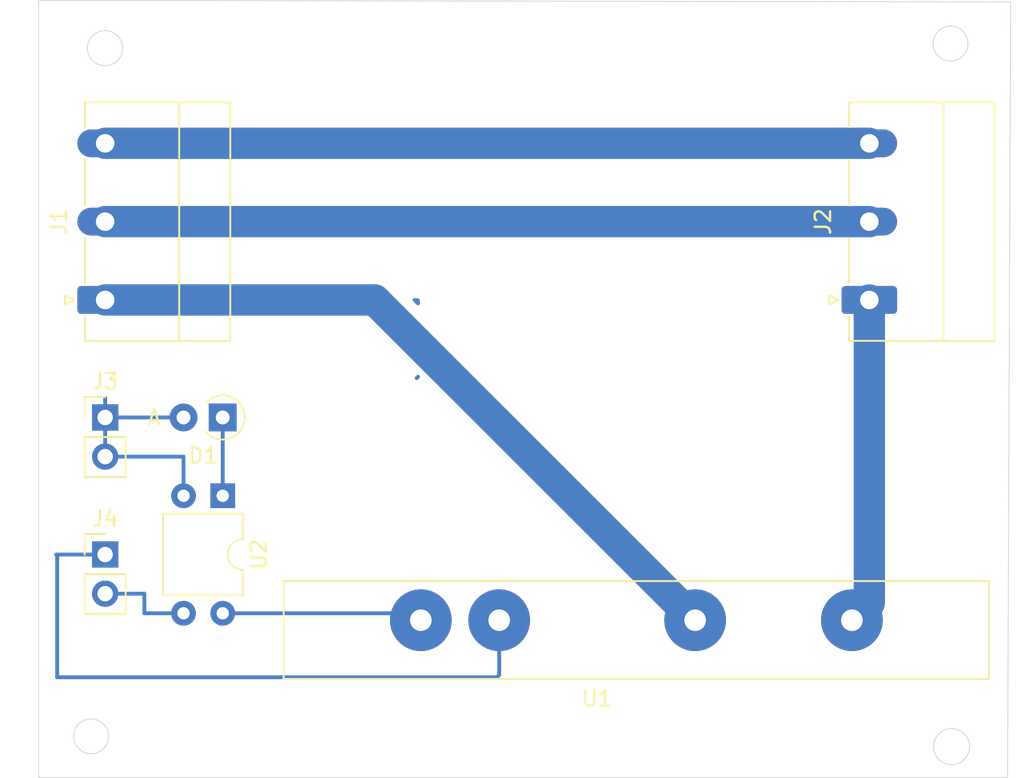
<source format=kicad_pcb>
(kicad_pcb (version 20171130) (host pcbnew 5.1.9-73d0e3b20d~88~ubuntu20.04.1)

  (general
    (thickness 1.6)
    (drawings 8)
    (tracks 27)
    (zones 0)
    (modules 7)
    (nets 11)
  )

  (page A4)
  (layers
    (0 F.Cu signal)
    (31 B.Cu signal)
    (32 B.Adhes user)
    (33 F.Adhes user)
    (34 B.Paste user)
    (35 F.Paste user)
    (36 B.SilkS user)
    (37 F.SilkS user)
    (38 B.Mask user)
    (39 F.Mask user)
    (40 Dwgs.User user)
    (41 Cmts.User user)
    (42 Eco1.User user)
    (43 Eco2.User user)
    (44 Edge.Cuts user)
    (45 Margin user)
    (46 B.CrtYd user)
    (47 F.CrtYd user)
    (48 B.Fab user)
    (49 F.Fab user)
  )

  (setup
    (last_trace_width 0.25)
    (trace_clearance 0.2)
    (zone_clearance 0.508)
    (zone_45_only no)
    (trace_min 0.2)
    (via_size 0.8)
    (via_drill 0.4)
    (via_min_size 0.4)
    (via_min_drill 0.3)
    (uvia_size 0.3)
    (uvia_drill 0.1)
    (uvias_allowed no)
    (uvia_min_size 0.2)
    (uvia_min_drill 0.1)
    (edge_width 0.05)
    (segment_width 0.2)
    (pcb_text_width 0.3)
    (pcb_text_size 1.5 1.5)
    (mod_edge_width 0.12)
    (mod_text_size 1 1)
    (mod_text_width 0.15)
    (pad_size 1.524 1.524)
    (pad_drill 0.762)
    (pad_to_mask_clearance 0.05)
    (aux_axis_origin 0 0)
    (visible_elements FFFFFF7F)
    (pcbplotparams
      (layerselection 0x010fc_ffffffff)
      (usegerberextensions false)
      (usegerberattributes true)
      (usegerberadvancedattributes true)
      (creategerberjobfile true)
      (excludeedgelayer true)
      (linewidth 0.100000)
      (plotframeref false)
      (viasonmask false)
      (mode 1)
      (useauxorigin false)
      (hpglpennumber 1)
      (hpglpenspeed 20)
      (hpglpendiameter 15.000000)
      (psnegative false)
      (psa4output false)
      (plotreference true)
      (plotvalue true)
      (plotinvisibletext false)
      (padsonsilk false)
      (subtractmaskfromsilk false)
      (outputformat 1)
      (mirror false)
      (drillshape 1)
      (scaleselection 1)
      (outputdirectory ""))
  )

  (net 0 "")
  (net 1 "Net-(D1-Pad1)")
  (net 2 "Net-(D1-Pad2)")
  (net 3 "Net-(J1-Pad1)")
  (net 4 "Net-(J1-Pad2)")
  (net 5 "Net-(J1-Pad3)")
  (net 6 "Net-(J2-Pad1)")
  (net 7 "Net-(J3-Pad2)")
  (net 8 GND)
  (net 9 "Net-(J4-Pad1)")
  (net 10 "Net-(U1-Pad4)")

  (net_class Default "This is the default net class."
    (clearance 0.2)
    (trace_width 0.25)
    (via_dia 0.8)
    (via_drill 0.4)
    (uvia_dia 0.3)
    (uvia_drill 0.1)
    (add_net GND)
    (add_net "Net-(D1-Pad1)")
    (add_net "Net-(D1-Pad2)")
    (add_net "Net-(J1-Pad1)")
    (add_net "Net-(J1-Pad2)")
    (add_net "Net-(J1-Pad3)")
    (add_net "Net-(J2-Pad1)")
    (add_net "Net-(J3-Pad2)")
    (add_net "Net-(J4-Pad1)")
    (add_net "Net-(U1-Pad4)")
  )

  (module SKL10120:SKL10120 (layer F.Cu) (tedit 608C0DB1) (tstamp 60797AC5)
    (at 137.3 70.3)
    (path /5FACEE00)
    (fp_text reference U1 (at 0 5.08) (layer F.SilkS)
      (effects (font (size 1 1) (thickness 0.15)))
    )
    (fp_text value SKL10120 (at 0 -5.08) (layer F.Fab)
      (effects (font (size 1 1) (thickness 0.15)))
    )
    (fp_text user dissipateur (at 1.27 -11.43) (layer B.Paste)
      (effects (font (size 1 1) (thickness 0.15)))
    )
    (fp_line (start -20.32 -2.54) (end 25.4 -2.54) (layer F.SilkS) (width 0.12))
    (fp_line (start 25.4 3.81) (end -20.32 3.81) (layer F.SilkS) (width 0.12))
    (fp_line (start 25.4 -2.54) (end 25.4 3.81) (layer F.SilkS) (width 0.12))
    (fp_line (start -20.32 3.81) (end -20.32 -2.54) (layer F.SilkS) (width 0.12))
    (fp_line (start 25.4 -2.54) (end 25.4 -16.51) (layer B.Paste) (width 0.12))
    (fp_line (start 25.4 -16.51) (end -20.32 -16.51) (layer B.Paste) (width 0.12))
    (fp_line (start -20.32 -16.51) (end -20.32 -2.54) (layer B.Paste) (width 0.12))
    (fp_line (start -20.32 3.81) (end -20.32 6.35) (layer B.Paste) (width 0.12))
    (fp_line (start -20.32 6.35) (end 25.4 6.35) (layer B.Paste) (width 0.12))
    (fp_line (start 25.4 6.35) (end 25.4 3.81) (layer B.Paste) (width 0.12))
    (pad 1 thru_hole circle (at 16.51 0) (size 4 4) (drill 1.4) (layers *.Cu *.Mask)
      (net 6 "Net-(J2-Pad1)"))
    (pad 4 thru_hole circle (at -11.43 0) (size 4 4) (drill 1.4) (layers *.Cu *.Mask)
      (net 10 "Net-(U1-Pad4)"))
    (pad 2 thru_hole circle (at 6.35 0) (size 4 4) (drill 1.4) (layers *.Cu *.Mask)
      (net 3 "Net-(J1-Pad1)"))
    (pad 3 thru_hole circle (at -6.35 0) (size 4 4) (drill 1.4) (layers *.Cu *.Mask)
      (net 9 "Net-(J4-Pad1)"))
  )

  (module Connector_Phoenix_MC_HighVoltage:PhoenixContact_MC_1,5_3-G-5.08_1x03_P5.08mm_Horizontal (layer F.Cu) (tedit 5B784ED2) (tstamp 60797A36)
    (at 105.41 49.53 90)
    (descr "Generic Phoenix Contact connector footprint for: MC_1,5/3-G-5.08; number of pins: 03; pin pitch: 5.08mm; Angled || order number: 1836192 8A 320V")
    (tags "phoenix_contact connector MC_01x03_G_5.08mm")
    (path /5FACCECA)
    (fp_text reference J1 (at 5.08 -3 90) (layer F.SilkS)
      (effects (font (size 1 1) (thickness 0.15)))
    )
    (fp_text value "Entrée 230V" (at 5.08 9.2 90) (layer F.Fab)
      (effects (font (size 1 1) (thickness 0.15)))
    )
    (fp_line (start -2.65 -1.31) (end -2.65 8.11) (layer F.SilkS) (width 0.12))
    (fp_line (start -2.65 8.11) (end 12.81 8.11) (layer F.SilkS) (width 0.12))
    (fp_line (start 12.81 8.11) (end 12.81 -1.31) (layer F.SilkS) (width 0.12))
    (fp_line (start -2.65 -1.31) (end -1.05 -1.31) (layer F.SilkS) (width 0.12))
    (fp_line (start 12.81 -1.31) (end 11.21 -1.31) (layer F.SilkS) (width 0.12))
    (fp_line (start 1.05 -1.31) (end 4.03 -1.31) (layer F.SilkS) (width 0.12))
    (fp_line (start 6.13 -1.31) (end 9.11 -1.31) (layer F.SilkS) (width 0.12))
    (fp_line (start -2.54 -1.2) (end -2.54 8) (layer F.Fab) (width 0.1))
    (fp_line (start -2.54 8) (end 12.7 8) (layer F.Fab) (width 0.1))
    (fp_line (start 12.7 8) (end 12.7 -1.2) (layer F.Fab) (width 0.1))
    (fp_line (start 12.7 -1.2) (end -2.54 -1.2) (layer F.Fab) (width 0.1))
    (fp_line (start -2.65 4.8) (end 12.81 4.8) (layer F.SilkS) (width 0.12))
    (fp_line (start -3.15 -2.3) (end -3.15 8.5) (layer F.CrtYd) (width 0.05))
    (fp_line (start -3.15 8.5) (end 13.2 8.5) (layer F.CrtYd) (width 0.05))
    (fp_line (start 13.2 8.5) (end 13.2 -2.3) (layer F.CrtYd) (width 0.05))
    (fp_line (start 13.2 -2.3) (end -3.15 -2.3) (layer F.CrtYd) (width 0.05))
    (fp_line (start 0.3 -2.6) (end 0 -2) (layer F.SilkS) (width 0.12))
    (fp_line (start 0 -2) (end -0.3 -2.6) (layer F.SilkS) (width 0.12))
    (fp_line (start -0.3 -2.6) (end 0.3 -2.6) (layer F.SilkS) (width 0.12))
    (fp_line (start 0.8 -1.2) (end 0 0) (layer F.Fab) (width 0.1))
    (fp_line (start 0 0) (end -0.8 -1.2) (layer F.Fab) (width 0.1))
    (fp_text user %R (at 5.08 -0.5 90) (layer F.Fab)
      (effects (font (size 1 1) (thickness 0.15)))
    )
    (pad 1 thru_hole roundrect (at 0 0 90) (size 1.8 3.6) (drill 1.2) (layers *.Cu *.Mask) (roundrect_rratio 0.138889)
      (net 3 "Net-(J1-Pad1)"))
    (pad 2 thru_hole oval (at 5.08 0 90) (size 1.8 3.6) (drill 1.2) (layers *.Cu *.Mask)
      (net 4 "Net-(J1-Pad2)"))
    (pad 3 thru_hole oval (at 10.16 0 90) (size 1.8 3.6) (drill 1.2) (layers *.Cu *.Mask)
      (net 5 "Net-(J1-Pad3)"))
    (model ${KISYS3DMOD}/Connector_Phoenix_MC_HighVoltage.3dshapes/PhoenixContact_MC_1,5_3-G-5.08_1x03_P5.08mm_Horizontal.wrl
      (at (xyz 0 0 0))
      (scale (xyz 1 1 1))
      (rotate (xyz 0 0 0))
    )
  )

  (module Connector_Phoenix_MC_HighVoltage:PhoenixContact_MC_1,5_3-G-5.08_1x03_P5.08mm_Horizontal (layer F.Cu) (tedit 5B784ED2) (tstamp 60797A53)
    (at 154.94 49.53 90)
    (descr "Generic Phoenix Contact connector footprint for: MC_1,5/3-G-5.08; number of pins: 03; pin pitch: 5.08mm; Angled || order number: 1836192 8A 320V")
    (tags "phoenix_contact connector MC_01x03_G_5.08mm")
    (path /5FAD57E8)
    (fp_text reference J2 (at 5.08 -3 90) (layer F.SilkS)
      (effects (font (size 1 1) (thickness 0.15)))
    )
    (fp_text value "Sortie 230V" (at 5.08 9.2 90) (layer F.Fab)
      (effects (font (size 1 1) (thickness 0.15)))
    )
    (fp_line (start 0 0) (end -0.8 -1.2) (layer F.Fab) (width 0.1))
    (fp_line (start 0.8 -1.2) (end 0 0) (layer F.Fab) (width 0.1))
    (fp_line (start -0.3 -2.6) (end 0.3 -2.6) (layer F.SilkS) (width 0.12))
    (fp_line (start 0 -2) (end -0.3 -2.6) (layer F.SilkS) (width 0.12))
    (fp_line (start 0.3 -2.6) (end 0 -2) (layer F.SilkS) (width 0.12))
    (fp_line (start 13.2 -2.3) (end -3.15 -2.3) (layer F.CrtYd) (width 0.05))
    (fp_line (start 13.2 8.5) (end 13.2 -2.3) (layer F.CrtYd) (width 0.05))
    (fp_line (start -3.15 8.5) (end 13.2 8.5) (layer F.CrtYd) (width 0.05))
    (fp_line (start -3.15 -2.3) (end -3.15 8.5) (layer F.CrtYd) (width 0.05))
    (fp_line (start -2.65 4.8) (end 12.81 4.8) (layer F.SilkS) (width 0.12))
    (fp_line (start 12.7 -1.2) (end -2.54 -1.2) (layer F.Fab) (width 0.1))
    (fp_line (start 12.7 8) (end 12.7 -1.2) (layer F.Fab) (width 0.1))
    (fp_line (start -2.54 8) (end 12.7 8) (layer F.Fab) (width 0.1))
    (fp_line (start -2.54 -1.2) (end -2.54 8) (layer F.Fab) (width 0.1))
    (fp_line (start 6.13 -1.31) (end 9.11 -1.31) (layer F.SilkS) (width 0.12))
    (fp_line (start 1.05 -1.31) (end 4.03 -1.31) (layer F.SilkS) (width 0.12))
    (fp_line (start 12.81 -1.31) (end 11.21 -1.31) (layer F.SilkS) (width 0.12))
    (fp_line (start -2.65 -1.31) (end -1.05 -1.31) (layer F.SilkS) (width 0.12))
    (fp_line (start 12.81 8.11) (end 12.81 -1.31) (layer F.SilkS) (width 0.12))
    (fp_line (start -2.65 8.11) (end 12.81 8.11) (layer F.SilkS) (width 0.12))
    (fp_line (start -2.65 -1.31) (end -2.65 8.11) (layer F.SilkS) (width 0.12))
    (fp_text user %R (at 5.08 -0.5 90) (layer F.Fab)
      (effects (font (size 1 1) (thickness 0.15)))
    )
    (pad 3 thru_hole oval (at 10.16 0 90) (size 1.8 3.6) (drill 1.2) (layers *.Cu *.Mask)
      (net 5 "Net-(J1-Pad3)"))
    (pad 2 thru_hole oval (at 5.08 0 90) (size 1.8 3.6) (drill 1.2) (layers *.Cu *.Mask)
      (net 4 "Net-(J1-Pad2)"))
    (pad 1 thru_hole roundrect (at 0 0 90) (size 1.8 3.6) (drill 1.2) (layers *.Cu *.Mask) (roundrect_rratio 0.138889)
      (net 6 "Net-(J2-Pad1)"))
    (model ${KISYS3DMOD}/Connector_Phoenix_MC_HighVoltage.3dshapes/PhoenixContact_MC_1,5_3-G-5.08_1x03_P5.08mm_Horizontal.wrl
      (at (xyz 0 0 0))
      (scale (xyz 1 1 1))
      (rotate (xyz 0 0 0))
    )
  )

  (module Package_DIP:DIP-4_W7.62mm (layer F.Cu) (tedit 5A02E8C5) (tstamp 60797ADD)
    (at 113.03 62.23 270)
    (descr "4-lead though-hole mounted DIP package, row spacing 7.62 mm (300 mils)")
    (tags "THT DIP DIL PDIP 2.54mm 7.62mm 300mil")
    (path /5FADB3A3)
    (fp_text reference U2 (at 3.81 -2.33 90) (layer F.SilkS)
      (effects (font (size 1 1) (thickness 0.15)))
    )
    (fp_text value PC817 (at 3.81 4.87 90) (layer F.Fab)
      (effects (font (size 1 1) (thickness 0.15)))
    )
    (fp_line (start 1.635 -1.27) (end 6.985 -1.27) (layer F.Fab) (width 0.1))
    (fp_line (start 6.985 -1.27) (end 6.985 3.81) (layer F.Fab) (width 0.1))
    (fp_line (start 6.985 3.81) (end 0.635 3.81) (layer F.Fab) (width 0.1))
    (fp_line (start 0.635 3.81) (end 0.635 -0.27) (layer F.Fab) (width 0.1))
    (fp_line (start 0.635 -0.27) (end 1.635 -1.27) (layer F.Fab) (width 0.1))
    (fp_line (start 2.81 -1.33) (end 1.16 -1.33) (layer F.SilkS) (width 0.12))
    (fp_line (start 1.16 -1.33) (end 1.16 3.87) (layer F.SilkS) (width 0.12))
    (fp_line (start 1.16 3.87) (end 6.46 3.87) (layer F.SilkS) (width 0.12))
    (fp_line (start 6.46 3.87) (end 6.46 -1.33) (layer F.SilkS) (width 0.12))
    (fp_line (start 6.46 -1.33) (end 4.81 -1.33) (layer F.SilkS) (width 0.12))
    (fp_line (start -1.1 -1.55) (end -1.1 4.1) (layer F.CrtYd) (width 0.05))
    (fp_line (start -1.1 4.1) (end 8.7 4.1) (layer F.CrtYd) (width 0.05))
    (fp_line (start 8.7 4.1) (end 8.7 -1.55) (layer F.CrtYd) (width 0.05))
    (fp_line (start 8.7 -1.55) (end -1.1 -1.55) (layer F.CrtYd) (width 0.05))
    (fp_arc (start 3.81 -1.33) (end 2.81 -1.33) (angle -180) (layer F.SilkS) (width 0.12))
    (fp_text user %R (at 1.27 1.27 90) (layer F.Fab)
      (effects (font (size 1 1) (thickness 0.15)))
    )
    (pad 1 thru_hole rect (at 0 0 270) (size 1.6 1.6) (drill 0.8) (layers *.Cu *.Mask)
      (net 1 "Net-(D1-Pad1)"))
    (pad 3 thru_hole oval (at 7.62 2.54 270) (size 1.6 1.6) (drill 0.8) (layers *.Cu *.Mask)
      (net 8 GND))
    (pad 2 thru_hole oval (at 0 2.54 270) (size 1.6 1.6) (drill 0.8) (layers *.Cu *.Mask)
      (net 7 "Net-(J3-Pad2)"))
    (pad 4 thru_hole oval (at 7.62 0 270) (size 1.6 1.6) (drill 0.8) (layers *.Cu *.Mask)
      (net 10 "Net-(U1-Pad4)"))
    (model ${KISYS3DMOD}/Package_DIP.3dshapes/DIP-4_W7.62mm.wrl
      (at (xyz 0 0 0))
      (scale (xyz 1 1 1))
      (rotate (xyz 0 0 0))
    )
  )

  (module Diode_THT:D_A-405_P2.54mm_Vertical_AnodeUp (layer F.Cu) (tedit 5AE50CD5) (tstamp 60799DEC)
    (at 113.03 57.15 180)
    (descr "Diode, A-405 series, Axial, Vertical, pin pitch=2.54mm, , length*diameter=5.2*2.7mm^2, , http://www.diodes.com/_files/packages/A-405.pdf")
    (tags "Diode A-405 series Axial Vertical pin pitch 2.54mm  length 5.2mm diameter 2.7mm")
    (path /5FAED66A)
    (fp_text reference D1 (at 1.27 -2.47) (layer F.SilkS)
      (effects (font (size 1 1) (thickness 0.15)))
    )
    (fp_text value LED (at 1.27 3.359) (layer F.Fab)
      (effects (font (size 1 1) (thickness 0.15)))
    )
    (fp_line (start 3.69 -1.6) (end -1.6 -1.6) (layer F.CrtYd) (width 0.05))
    (fp_line (start 3.69 1.6) (end 3.69 -1.6) (layer F.CrtYd) (width 0.05))
    (fp_line (start -1.6 1.6) (end 3.69 1.6) (layer F.CrtYd) (width 0.05))
    (fp_line (start -1.6 -1.6) (end -1.6 1.6) (layer F.CrtYd) (width 0.05))
    (fp_line (start 0 0) (end 2.54 0) (layer F.Fab) (width 0.1))
    (fp_circle (center 0 0) (end 1.35 0) (layer F.Fab) (width 0.1))
    (fp_arc (start 0 0) (end 1.113239 -0.9) (angle -278.451986) (layer F.SilkS) (width 0.12))
    (fp_text user %R (at 1.27 -2.47) (layer F.Fab)
      (effects (font (size 1 1) (thickness 0.15)))
    )
    (fp_text user A (at 4.44 0) (layer F.Fab)
      (effects (font (size 1 1) (thickness 0.15)))
    )
    (fp_text user A (at 4.44 0) (layer F.SilkS)
      (effects (font (size 1 1) (thickness 0.15)))
    )
    (pad 1 thru_hole rect (at 0 0 180) (size 1.8 1.8) (drill 0.9) (layers *.Cu *.Mask)
      (net 1 "Net-(D1-Pad1)"))
    (pad 2 thru_hole oval (at 2.54 0 180) (size 1.8 1.8) (drill 0.9) (layers *.Cu *.Mask)
      (net 2 "Net-(D1-Pad2)"))
    (model ${KISYS3DMOD}/Diode_THT.3dshapes/D_A-405_P2.54mm_Vertical_AnodeUp.wrl
      (at (xyz 0 0 0))
      (scale (xyz 1 1 1))
      (rotate (xyz 0 0 0))
    )
  )

  (module Connector_PinHeader_2.54mm:PinHeader_1x02_P2.54mm_Vertical (layer F.Cu) (tedit 59FED5CC) (tstamp 60799DFB)
    (at 105.41 57.15)
    (descr "Through hole straight pin header, 1x02, 2.54mm pitch, single row")
    (tags "Through hole pin header THT 1x02 2.54mm single row")
    (path /5FAE24A2)
    (fp_text reference J3 (at 0 -2.33) (layer F.SilkS)
      (effects (font (size 1 1) (thickness 0.15)))
    )
    (fp_text value "cde relais Celduc" (at 0 4.87) (layer F.Fab)
      (effects (font (size 1 1) (thickness 0.15)))
    )
    (fp_line (start 1.8 -1.8) (end -1.8 -1.8) (layer F.CrtYd) (width 0.05))
    (fp_line (start 1.8 4.35) (end 1.8 -1.8) (layer F.CrtYd) (width 0.05))
    (fp_line (start -1.8 4.35) (end 1.8 4.35) (layer F.CrtYd) (width 0.05))
    (fp_line (start -1.8 -1.8) (end -1.8 4.35) (layer F.CrtYd) (width 0.05))
    (fp_line (start -1.33 -1.33) (end 0 -1.33) (layer F.SilkS) (width 0.12))
    (fp_line (start -1.33 0) (end -1.33 -1.33) (layer F.SilkS) (width 0.12))
    (fp_line (start -1.33 1.27) (end 1.33 1.27) (layer F.SilkS) (width 0.12))
    (fp_line (start 1.33 1.27) (end 1.33 3.87) (layer F.SilkS) (width 0.12))
    (fp_line (start -1.33 1.27) (end -1.33 3.87) (layer F.SilkS) (width 0.12))
    (fp_line (start -1.33 3.87) (end 1.33 3.87) (layer F.SilkS) (width 0.12))
    (fp_line (start -1.27 -0.635) (end -0.635 -1.27) (layer F.Fab) (width 0.1))
    (fp_line (start -1.27 3.81) (end -1.27 -0.635) (layer F.Fab) (width 0.1))
    (fp_line (start 1.27 3.81) (end -1.27 3.81) (layer F.Fab) (width 0.1))
    (fp_line (start 1.27 -1.27) (end 1.27 3.81) (layer F.Fab) (width 0.1))
    (fp_line (start -0.635 -1.27) (end 1.27 -1.27) (layer F.Fab) (width 0.1))
    (fp_text user %R (at 0 1.27 90) (layer F.Fab)
      (effects (font (size 1 1) (thickness 0.15)))
    )
    (pad 1 thru_hole rect (at 0 0) (size 1.7 1.7) (drill 1) (layers *.Cu *.Mask)
      (net 2 "Net-(D1-Pad2)"))
    (pad 2 thru_hole oval (at 0 2.54) (size 1.7 1.7) (drill 1) (layers *.Cu *.Mask)
      (net 7 "Net-(J3-Pad2)"))
    (model ${KISYS3DMOD}/Connector_PinHeader_2.54mm.3dshapes/PinHeader_1x02_P2.54mm_Vertical.wrl
      (at (xyz 0 0 0))
      (scale (xyz 1 1 1))
      (rotate (xyz 0 0 0))
    )
  )

  (module Connector_PinHeader_2.54mm:PinHeader_1x02_P2.54mm_Vertical (layer F.Cu) (tedit 59FED5CC) (tstamp 60799E10)
    (at 105.41 66.04)
    (descr "Through hole straight pin header, 1x02, 2.54mm pitch, single row")
    (tags "Through hole pin header THT 1x02 2.54mm single row")
    (path /5FAE6DEE)
    (fp_text reference J4 (at 0 -2.33) (layer F.SilkS)
      (effects (font (size 1 1) (thickness 0.15)))
    )
    (fp_text value 5V (at 0 4.87) (layer F.Fab)
      (effects (font (size 1 1) (thickness 0.15)))
    )
    (fp_line (start -0.635 -1.27) (end 1.27 -1.27) (layer F.Fab) (width 0.1))
    (fp_line (start 1.27 -1.27) (end 1.27 3.81) (layer F.Fab) (width 0.1))
    (fp_line (start 1.27 3.81) (end -1.27 3.81) (layer F.Fab) (width 0.1))
    (fp_line (start -1.27 3.81) (end -1.27 -0.635) (layer F.Fab) (width 0.1))
    (fp_line (start -1.27 -0.635) (end -0.635 -1.27) (layer F.Fab) (width 0.1))
    (fp_line (start -1.33 3.87) (end 1.33 3.87) (layer F.SilkS) (width 0.12))
    (fp_line (start -1.33 1.27) (end -1.33 3.87) (layer F.SilkS) (width 0.12))
    (fp_line (start 1.33 1.27) (end 1.33 3.87) (layer F.SilkS) (width 0.12))
    (fp_line (start -1.33 1.27) (end 1.33 1.27) (layer F.SilkS) (width 0.12))
    (fp_line (start -1.33 0) (end -1.33 -1.33) (layer F.SilkS) (width 0.12))
    (fp_line (start -1.33 -1.33) (end 0 -1.33) (layer F.SilkS) (width 0.12))
    (fp_line (start -1.8 -1.8) (end -1.8 4.35) (layer F.CrtYd) (width 0.05))
    (fp_line (start -1.8 4.35) (end 1.8 4.35) (layer F.CrtYd) (width 0.05))
    (fp_line (start 1.8 4.35) (end 1.8 -1.8) (layer F.CrtYd) (width 0.05))
    (fp_line (start 1.8 -1.8) (end -1.8 -1.8) (layer F.CrtYd) (width 0.05))
    (fp_text user %R (at 0 1.27 90) (layer F.Fab)
      (effects (font (size 1 1) (thickness 0.15)))
    )
    (pad 2 thru_hole oval (at 0 2.54) (size 1.7 1.7) (drill 1) (layers *.Cu *.Mask)
      (net 8 GND))
    (pad 1 thru_hole rect (at 0 0) (size 1.7 1.7) (drill 1) (layers *.Cu *.Mask)
      (net 9 "Net-(J4-Pad1)"))
    (model ${KISYS3DMOD}/Connector_PinHeader_2.54mm.3dshapes/PinHeader_1x02_P2.54mm_Vertical.wrl
      (at (xyz 0 0 0))
      (scale (xyz 1 1 1))
      (rotate (xyz 0 0 0))
    )
  )

  (gr_line (start 163.9 80.5) (end 164.1 30.2) (layer Edge.Cuts) (width 0.05) (tstamp 608C68B5))
  (gr_line (start 101.1 80.5) (end 163.9 80.5) (layer Edge.Cuts) (width 0.05))
  (gr_line (start 101.1 30.1) (end 101.1 80.5) (layer Edge.Cuts) (width 0.05))
  (gr_line (start 164.1 30.2) (end 101.1 30.1) (layer Edge.Cuts) (width 0.05))
  (gr_circle (center 104.5 77.83137) (end 105.3 77.03137) (layer Edge.Cuts) (width 0.05))
  (gr_circle (center 105.4 33.2) (end 106.3 33.9) (layer Edge.Cuts) (width 0.05))
  (gr_circle (center 160.2 32.9) (end 159.4 33.7) (layer Edge.Cuts) (width 0.05))
  (gr_circle (center 160.270469 78.5) (end 159.170469 78.9) (layer Edge.Cuts) (width 0.05))

  (segment (start 113.03 57.15) (end 113.03 62.23) (width 0.25) (layer B.Cu) (net 1))
  (segment (start 105.41 59.69) (end 105.41 55.88) (width 0.25) (layer B.Cu) (net 2))
  (segment (start 105.41 57.15) (end 110.49 57.15) (width 0.25) (layer B.Cu) (net 2))
  (segment (start 125.63 49.53) (end 125.69 49.59) (width 0.25) (layer B.Cu) (net 3))
  (segment (start 125.69 54.51) (end 125.6 54.6) (width 0.25) (layer B.Cu) (net 3))
  (segment (start 125.47 49.53) (end 125.69 49.75) (width 0.25) (layer B.Cu) (net 3))
  (segment (start 122.88 49.53) (end 143.65 70.3) (width 2.032) (layer B.Cu) (net 3))
  (segment (start 105.41 49.53) (end 122.88 49.53) (width 2.032) (layer B.Cu) (net 3))
  (segment (start 105.41 44.45) (end 154.94 44.45) (width 2.032) (layer B.Cu) (net 4))
  (segment (start 154.94 39.37) (end 105.41 39.37) (width 2.032) (layer B.Cu) (net 5))
  (segment (start 154.94 69.17) (end 153.81 70.3) (width 0.25) (layer B.Cu) (net 6))
  (segment (start 154.94 49.53) (end 154.94 69.17) (width 2.032) (layer B.Cu) (net 6))
  (segment (start 110.49 62.23) (end 110.49 59.69) (width 0.25) (layer B.Cu) (net 7))
  (segment (start 105.86001 59.8764) (end 105.728205 60.008205) (width 0.25) (layer B.Cu) (net 7))
  (segment (start 105.86001 59.69) (end 105.86001 59.8764) (width 0.25) (layer B.Cu) (net 7))
  (segment (start 110.49 59.69) (end 105.86001 59.69) (width 0.25) (layer B.Cu) (net 7))
  (segment (start 105.41 68.58) (end 107.95 68.58) (width 0.25) (layer B.Cu) (net 8))
  (segment (start 107.95 68.58) (end 107.95 69.85) (width 0.25) (layer B.Cu) (net 8))
  (segment (start 107.95 69.85) (end 110.49 69.85) (width 0.25) (layer B.Cu) (net 8))
  (segment (start 105.41 66.04) (end 102.24 66.04) (width 0.25) (layer B.Cu) (net 9))
  (segment (start 102.24 66.04) (end 102.3 66.1) (width 0.25) (layer B.Cu) (net 9))
  (segment (start 102.3 66.1) (end 102.3 74) (width 0.25) (layer B.Cu) (net 9))
  (segment (start 102.3 74) (end 130.8 74) (width 0.25) (layer B.Cu) (net 9))
  (segment (start 130.95 73.85) (end 130.95 70.3) (width 0.25) (layer B.Cu) (net 9))
  (segment (start 130.8 74) (end 130.95 73.85) (width 0.25) (layer B.Cu) (net 9))
  (segment (start 125.42 69.85) (end 125.87 70.3) (width 0.25) (layer B.Cu) (net 10))
  (segment (start 113.03 69.85) (end 125.42 69.85) (width 0.25) (layer B.Cu) (net 10))

)

</source>
